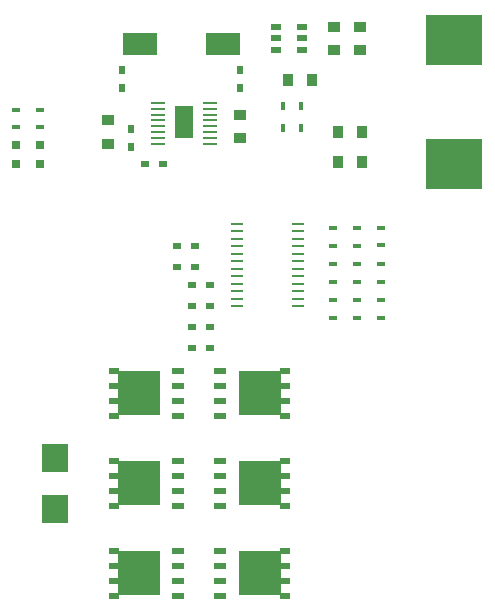
<source format=gbr>
G04 #@! TF.GenerationSoftware,KiCad,Pcbnew,(5.0.0-rc2-dev-185-g935a5ca)*
G04 #@! TF.CreationDate,2018-03-13T10:49:46-05:00*
G04 #@! TF.ProjectId,Power Board,506F77657220426F6172642E6B696361,rev?*
G04 #@! TF.SameCoordinates,Original*
G04 #@! TF.FileFunction,Paste,Top*
G04 #@! TF.FilePolarity,Positive*
%FSLAX46Y46*%
G04 Gerber Fmt 4.6, Leading zero omitted, Abs format (unit mm)*
G04 Created by KiCad (PCBNEW (5.0.0-rc2-dev-185-g935a5ca)) date Tuesday, March 13, 2018 at 10:49:46 AM*
%MOMM*%
%LPD*%
G01*
G04 APERTURE LIST*
%ADD10R,0.760300X0.360300*%
%ADD11R,0.360300X0.760300*%
%ADD12R,0.660300X0.660300*%
%ADD13R,3.670300X3.770300*%
%ADD14R,0.880300X0.470300*%
%ADD15R,1.130300X0.470300*%
%ADD16R,0.660300X0.610300*%
%ADD17R,0.860300X1.110300*%
%ADD18R,1.110300X0.860300*%
%ADD19R,2.160300X2.360300*%
%ADD20R,4.860300X4.360300*%
%ADD21R,1.060300X0.260300*%
%ADD22R,0.920300X0.510300*%
%ADD23R,0.610300X0.660300*%
%ADD24R,2.860300X1.860300*%
%ADD25R,1.260300X0.160300*%
%ADD26R,1.510300X2.710300*%
G04 APERTURE END LIST*
D10*
X225425000Y-110502000D03*
X225425000Y-112002000D03*
X225425000Y-108954000D03*
X225425000Y-107454000D03*
X225425000Y-104384000D03*
X225425000Y-105884000D03*
X227457000Y-110502000D03*
X227457000Y-112002000D03*
X227457000Y-108954000D03*
X227457000Y-107454000D03*
X227457000Y-104406000D03*
X227457000Y-105906000D03*
X229489000Y-110502000D03*
X229489000Y-112002000D03*
X229489000Y-108954000D03*
X229489000Y-107454000D03*
X229489000Y-104354000D03*
X229489000Y-105854000D03*
D11*
X222746000Y-95948500D03*
X221246000Y-95948500D03*
X221246000Y-94043500D03*
X222746000Y-94043500D03*
D10*
X198628000Y-94373000D03*
X198628000Y-95873000D03*
D12*
X198628000Y-97371000D03*
X198628000Y-98971000D03*
D13*
X219257000Y-118364000D03*
D14*
X221362000Y-116459000D03*
X221362000Y-117729000D03*
X221362000Y-118999000D03*
X221362000Y-120269000D03*
D15*
X215897000Y-120269000D03*
X215897000Y-118999000D03*
X215897000Y-117729000D03*
X215897000Y-116459000D03*
D13*
X208987000Y-118364000D03*
D14*
X206882000Y-120269000D03*
X206882000Y-118999000D03*
X206882000Y-117729000D03*
X206882000Y-116459000D03*
D15*
X212347000Y-116459000D03*
X212347000Y-117729000D03*
X212347000Y-118999000D03*
X212347000Y-120269000D03*
D13*
X219257000Y-125984000D03*
D14*
X221362000Y-124079000D03*
X221362000Y-125349000D03*
X221362000Y-126619000D03*
X221362000Y-127889000D03*
D15*
X215897000Y-127889000D03*
X215897000Y-126619000D03*
X215897000Y-125349000D03*
X215897000Y-124079000D03*
D13*
X208987000Y-125984000D03*
D14*
X206882000Y-127889000D03*
X206882000Y-126619000D03*
X206882000Y-125349000D03*
X206882000Y-124079000D03*
D15*
X212347000Y-124079000D03*
X212347000Y-125349000D03*
X212347000Y-126619000D03*
X212347000Y-127889000D03*
D13*
X219257000Y-133604000D03*
D14*
X221362000Y-131699000D03*
X221362000Y-132969000D03*
X221362000Y-134239000D03*
X221362000Y-135509000D03*
D15*
X215897000Y-135509000D03*
X215897000Y-134239000D03*
X215897000Y-132969000D03*
X215897000Y-131699000D03*
D13*
X208987000Y-133604000D03*
D14*
X206882000Y-135509000D03*
X206882000Y-134239000D03*
X206882000Y-132969000D03*
X206882000Y-131699000D03*
D15*
X212347000Y-131699000D03*
X212347000Y-132969000D03*
X212347000Y-134239000D03*
X212347000Y-135509000D03*
D16*
X213499000Y-109220000D03*
X214999000Y-109220000D03*
X212229000Y-107696000D03*
X213729000Y-107696000D03*
X212229000Y-105918000D03*
X213729000Y-105918000D03*
X214999000Y-114554000D03*
X213499000Y-114554000D03*
X214999000Y-112776000D03*
X213499000Y-112776000D03*
X214999000Y-110998000D03*
X213499000Y-110998000D03*
D17*
X221631000Y-91821000D03*
X223631000Y-91821000D03*
D18*
X227711000Y-87328500D03*
X227711000Y-89328500D03*
X225488500Y-87328500D03*
X225488500Y-89328500D03*
D17*
X227885500Y-98806000D03*
X225885500Y-98806000D03*
X227885500Y-96266000D03*
X225885500Y-96266000D03*
D18*
X217607000Y-94778000D03*
X217607000Y-96778000D03*
D19*
X201930000Y-123834000D03*
X201930000Y-128134000D03*
D20*
X235712000Y-88476000D03*
X235712000Y-98976000D03*
D21*
X222497000Y-110998000D03*
X222497000Y-110363000D03*
X222497000Y-109728000D03*
X222497000Y-109093000D03*
X222497000Y-108458000D03*
X222497000Y-107823000D03*
X222497000Y-107188000D03*
X222497000Y-106553000D03*
X222497000Y-105918000D03*
X222497000Y-105283000D03*
X222497000Y-104648000D03*
X222497000Y-104013000D03*
X217297000Y-104013000D03*
X217297000Y-104648000D03*
X217297000Y-105283000D03*
X217297000Y-105918000D03*
X217297000Y-106553000D03*
X217297000Y-107188000D03*
X217297000Y-107823000D03*
X217297000Y-108458000D03*
X217297000Y-109093000D03*
X217297000Y-109728000D03*
X217297000Y-110363000D03*
X217297000Y-110998000D03*
D22*
X222778500Y-89278500D03*
X222778500Y-88328500D03*
X222778500Y-87378500D03*
X220578500Y-87378500D03*
X220578500Y-89278500D03*
X220578500Y-88328500D03*
D23*
X207607000Y-92528000D03*
X207607000Y-91028000D03*
X217607000Y-92528000D03*
X217607000Y-91028000D03*
D18*
X206377000Y-95278000D03*
X206377000Y-97278000D03*
D23*
X208377000Y-97528000D03*
X208377000Y-96028000D03*
D16*
X211062000Y-98933000D03*
X209562000Y-98933000D03*
D24*
X209107000Y-88778000D03*
X216107000Y-88778000D03*
D25*
X210657000Y-93778000D03*
X210657000Y-94278000D03*
X210657000Y-94778000D03*
X210657000Y-95278000D03*
X210657000Y-95778000D03*
X215057000Y-95778000D03*
X215057000Y-95278000D03*
X215057000Y-94778000D03*
X215057000Y-94278000D03*
X215057000Y-93778000D03*
X210657000Y-96278000D03*
X210657000Y-96778000D03*
X210657000Y-97278000D03*
X215057000Y-96278000D03*
X215057000Y-96778000D03*
X215057000Y-97278000D03*
D26*
X212857000Y-95428000D03*
D12*
X200660000Y-98971000D03*
X200660000Y-97371000D03*
D10*
X200660000Y-95873000D03*
X200660000Y-94373000D03*
M02*

</source>
